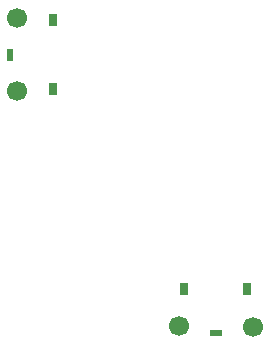
<source format=gbr>
G04 #@! TF.GenerationSoftware,KiCad,Pcbnew,6.0.1-79c1e3a40b~116~ubuntu20.04.1*
G04 #@! TF.CreationDate,2022-01-22T14:27:32+01:00*
G04 #@! TF.ProjectId,xy_stage,78795f73-7461-4676-952e-6b696361645f,rev?*
G04 #@! TF.SameCoordinates,Original*
G04 #@! TF.FileFunction,Soldermask,Top*
G04 #@! TF.FilePolarity,Negative*
%FSLAX46Y46*%
G04 Gerber Fmt 4.6, Leading zero omitted, Abs format (unit mm)*
G04 Created by KiCad (PCBNEW 6.0.1-79c1e3a40b~116~ubuntu20.04.1) date 2022-01-22 14:27:32*
%MOMM*%
%LPD*%
G01*
G04 APERTURE LIST*
G04 Aperture macros list*
%AMOutline4P*
0 Free polygon, 4 corners , with rotation*
0 The origin of the aperture is its center*
0 number of corners: always 4*
0 $1 to $8 corner X, Y*
0 $9 Rotation angle, in degrees counterclockwise*
0 create outline with 4 corners*
4,1,4,$1,$2,$3,$4,$5,$6,$7,$8,$1,$2,$9*%
G04 Aperture macros list end*
%ADD10Outline4P,-0.300000X-0.550000X0.300000X-0.550000X0.300000X0.550000X-0.300000X0.550000X0.000000*%
%ADD11R,0.600000X1.000000*%
%ADD12R,1.000000X0.600000*%
%ADD13C,1.700000*%
G04 APERTURE END LIST*
D10*
X86249999Y-100925000D03*
X86249999Y-95075000D03*
X102650000Y-117850000D03*
X97350000Y-117850000D03*
D11*
X82575000Y-98025000D03*
D12*
X100025000Y-121600000D03*
D13*
X83200000Y-101100000D03*
X83200000Y-94900000D03*
X103125000Y-121050000D03*
X96900000Y-121000000D03*
M02*

</source>
